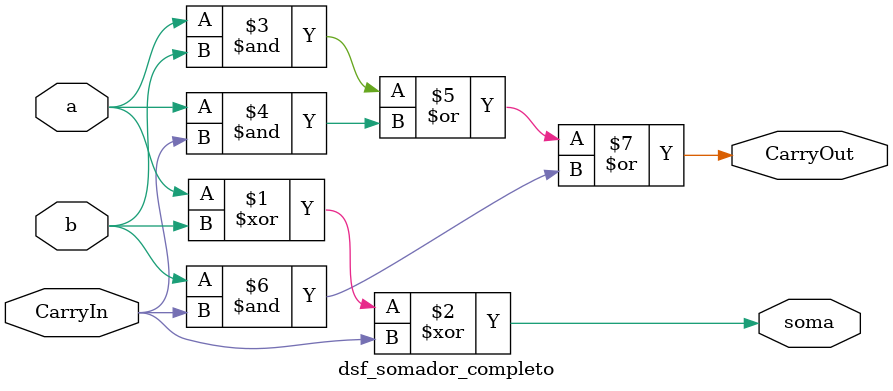
<source format=v>
module dsf_somador_completo(
	input a,b, CarryIn,
	output soma,CarryOut
);
assign soma = a ^ b ^ CarryIn;
assign CarryOut = (a & b) | (a & CarryIn) | (b & CarryIn);

endmodule
</source>
